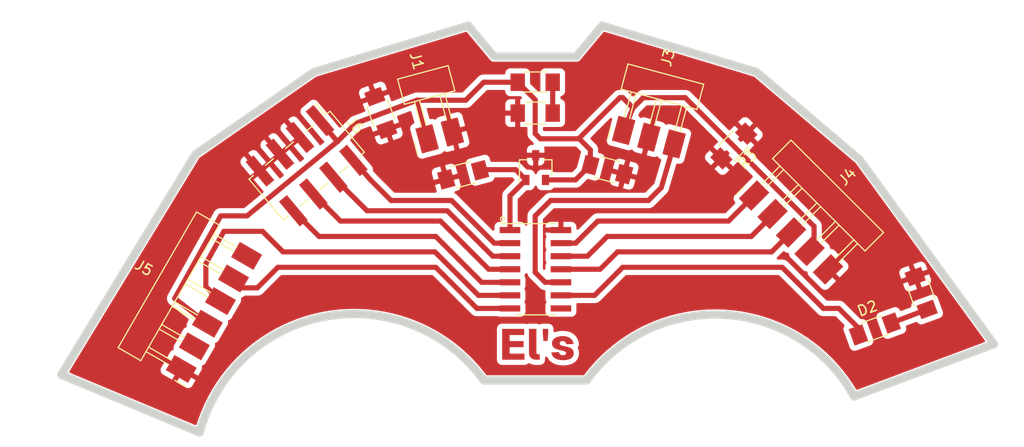
<source format=kicad_pcb>
(kicad_pcb (version 20240108) (generator "pcbnew") (generator_version "8.0")
  (layers (0 "F.Cu" signal) (31 "B.Cu" signal) (34 "B.Paste" user) (35 "F.Paste" user) (36 "B.SilkS" user "B.Silkscreen") (37 "F.SilkS" user "F.Silkscreen") (38 "B.Mask" user) (39 "F.Mask" user) (44 "Edge.Cuts" user))
  (net 0 "")
  (net 1 "+5V")
  (net 2 "GND")
  (net 3 "+3.3V")
  (net 4 "Net-(D1-K)")
  (net 5 "Net-(D2-K)")
  (net 6 "PA1")
  (net 7 "Rx_Tx")
  (net 8 "Tx_Rx")
  (net 9 "UPDI")
  (net 10 "PA7-5")
  (net 11 "PA5-3")
  (net 12 "PA6{slash}DAC-4")
  (net 13 "PA4-2")
  (net 14 "PA2")
  (net 15 "PA3")
  (net 16 "PB0")
  (net 17 "PB1")
  (footprint "fab:C_1206" (layer "F.Cu") (at 163 62 -165)
    (property "Reference" "C2" (hide yes))
    (property "Value" "C_1206" (hide yes))
    (fp_line (start 1 1.07) (end -1 1.07) (stroke (width 0.12)) (layer "F.SilkS"))
    (fp_line (start -1 -1.07) (end 1 -1.07) (stroke (width 0.12)) (layer "F.SilkS"))
    (pad "1" smd rect (at -1.7 0 195) (size 1.4 1.7) (layers "F.Cu" "F.Paste" "F.Mask") (net 3 "+3.3V"))
    (pad "2" smd rect (at 1.7 0 195) (size 1.4 1.7) (layers "F.Cu" "F.Paste" "F.Mask") (net 2 "GND"))
  )
  (footprint "fab:PinHeader_1x02_P2.54mm_Horizontal_SMD" (layer "F.Cu") (at 159.5 58.5 105)
    (property "Reference" "J1" (at 8.533893 0.992555 -75) (layer "F.SilkS") (effects (justify left)))
    (property "Value" "Conn_01x02_Pin" (hide yes))
    (fp_line (start 6.35 -1.27) (end 6.350002 3.81) (stroke (width 0.12)) (layer "F.SilkS"))
    (fp_line (start 3.81 -1.27) (end 6.35 -1.27) (stroke (width 0.12)) (layer "F.SilkS"))
    (fp_line (start 3.81 -0.254) (end 1.27 -0.254) (stroke (width 0.12)) (layer "F.SilkS"))
    (fp_line (start -1.27 -1.27) (end 0 -1.27) (stroke (width 0.12)) (layer "F.SilkS"))
    (fp_line (start 3.809999 0.254) (end 1.27 0.254) (stroke (width 0.12)) (layer "F.SilkS"))
    (fp_line (start 3.81 2.286) (end 1.27 2.286) (stroke (width 0.12)) (layer "F.SilkS"))
    (fp_line (start 3.81 2.794) (end 1.27 2.794) (stroke (width 0.12)) (layer "F.SilkS"))
    (fp_line (start 6.350002 3.81) (end 3.81 3.81) (stroke (width 0.12)) (layer "F.SilkS"))
    (fp_line (start 3.81 3.81) (end 3.81 -1.27) (stroke (width 0.12)) (layer "F.SilkS"))
    (pad "1" smd rect (at 0 0 105) (size 2.5 1.7) (layers "F.Cu" "F.Paste" "F.Mask") (net 1 "+5V"))
    (pad "2" smd rect (at 0 2.54 105) (size 2.5 1.7) (layers "F.Cu" "F.Paste" "F.Mask") (net 2 "GND"))
  )
  (footprint "fab:R_1206" (layer "F.Cu") (at 170 56 180)
    (property "Reference" "R1" (hide yes))
    (property "Value" "100")
    (fp_line (start 1 1.07) (end -1 1.07) (stroke (width 0.12)) (layer "F.SilkS"))
    (fp_line (start -1 -1.07) (end 1 -1.07) (stroke (width 0.12)) (layer "F.SilkS"))
    (pad "1" smd rect (at -1.7 0 180) (size 1.4 1.7) (layers "F.Cu" "F.Paste" "F.Mask") (net 4 "Net-(D1-K)"))
    (pad "2" smd rect (at 1.7 0 180) (size 1.4 1.7) (layers "F.Cu" "F.Paste" "F.Mask") (net 2 "GND"))
  )
  (footprint "fab:R_1206" (layer "F.Cu") (at 189.297918 59.202082 -135)
    (property "Reference" "R3" (at 0 -1.850001 225) (layer "F.SilkS"))
    (property "Value" "0")
    (fp_line (start 1 1.07) (end -1 1.07) (stroke (width 0.12)) (layer "F.SilkS"))
    (fp_line (start -1 -1.07) (end 1 -1.07) (stroke (width 0.12)) (layer "F.SilkS"))
    (pad "1" smd rect (at -1.700001 0 225) (size 1.4 1.7) (layers "F.Cu" "F.Paste" "F.Mask") (net 2 "GND"))
    (pad "2" smd rect (at 1.700001 0 225) (size 1.4 1.7) (layers "F.Cu" "F.Paste" "F.Mask") (net 2 "GND"))
  )
  (footprint "fab:R_1206" (layer "F.Cu") (at 207.5 73.5 110)
    (property "Reference" "R2" (hide yes))
    (property "Value" "100")
    (fp_line (start -0.999999 -1.070001) (end 0.999999 -1.07) (stroke (width 0.12)) (layer "F.SilkS"))
    (fp_line (start 0.999999 1.070001) (end -0.999999 1.07) (stroke (width 0.12)) (layer "F.SilkS"))
    (pad "1" smd rect (at -1.699999 -0.000002 110) (size 1.4 1.7) (layers "F.Cu" "F.Paste" "F.Mask") (net 5 "Net-(D2-K)"))
    (pad "2" smd rect (at 1.699999 0.000002 110) (size 1.4 1.7) (layers "F.Cu" "F.Paste" "F.Mask") (net 2 "GND"))
  )
  (footprint "fab:SOT-23-3" (layer "F.Cu") (at 170.05 61.3 90)
    (property "Reference" "U2" (hide yes))
    (property "Value" "Regulator_Linear_3.3V_100mA_TexasInstruments" (hide yes))
    (fp_line (start 0.76 -1.58) (end -1.4 -1.58) (stroke (width 0.12)) (layer "F.SilkS"))
    (fp_line (start 0.76 -1.58) (end 0.76 -0.65) (stroke (width 0.12)) (layer "F.SilkS"))
    (fp_line (start 0.76 1.58) (end 0.76 0.65) (stroke (width 0.12)) (layer "F.SilkS"))
    (fp_line (start 0.76 1.58) (end -0.7 1.58) (stroke (width 0.12)) (layer "F.SilkS"))
    (pad "1" smd rect (at -1.2 -0.95 90) (size 1 0.7) (layers "F.Cu" "F.Paste" "F.Mask") (net 3 "+3.3V"))
    (pad "2" smd rect (at -1.2 0.95 90) (size 1 0.7) (layers "F.Cu" "F.Paste" "F.Mask") (net 1 "+5V"))
    (pad "3" smd rect (at 1.2 0 90) (size 1 0.7) (layers "F.Cu" "F.Paste" "F.Mask") (net 2 "GND"))
  )
  (footprint "fab:R_1206" (layer "F.Cu") (at 155 56 -70)
    (property "Reference" "R4" (hide yes))
    (property "Value" "0")
    (fp_line (start 1 1.07) (end -1 1.07) (stroke (width 0.12)) (layer "F.SilkS"))
    (fp_line (start -1 -1.07) (end 1 -1.07) (stroke (width 0.12)) (layer "F.SilkS"))
    (pad "1" smd rect (at -1.699999 0 290) (size 1.4 1.7) (layers "F.Cu" "F.Paste" "F.Mask") (net 2 "GND"))
    (pad "2" smd rect (at 1.699999 0 290) (size 1.4 1.7) (layers "F.Cu" "F.Paste" "F.Mask") (net 2 "GND"))
  )
  (footprint "fab:LED_1206" (layer "F.Cu") (at 170 53 180)
    (property "Reference" "D1" (hide yes))
    (property "Value" "LED" (hide yes))
    (fp_line (start -1.1 1) (end 1.1 1) (stroke (width 0.12)) (layer "F.SilkS"))
    (fp_line (start -1.1 -0.95) (end 1.1 -0.95) (stroke (width 0.12)) (layer "F.SilkS"))
    (pad "1" smd rect (at -1.7 0 180) (size 1.4 1.7) (layers "F.Cu" "F.Paste" "F.Mask") (net 4 "Net-(D1-K)"))
    (pad "2" smd rect (at 1.7 0 180) (size 1.4 1.7) (layers "F.Cu" "F.Paste" "F.Mask") (net 1 "+5V"))
  )
  (footprint "fab:SOIC-14_3.9x8.7mm_P1.27mm" (layer "F.Cu") (at 170.025 71.19)
    (property "Reference" "U1" (hide yes))
    (property "Value" "Microcontroller_ATtiny1614-SSFR" (hide yes))
    (fp_line (start 0 -4.435) (end -3.45 -4.435) (stroke (width 0.12)) (layer "F.SilkS"))
    (fp_line (start 0 -4.435) (end 1.95 -4.435) (stroke (width 0.12)) (layer "F.SilkS"))
    (fp_line (start 0 4.435) (end -1.95 4.435) (stroke (width 0.12)) (layer "F.SilkS"))
    (fp_line (start 0 4.435) (end 1.95 4.435) (stroke (width 0.12)) (layer "F.SilkS"))
    (fp_circle (center -3.2 -4.9) (end -3.2 -4.7) (stroke (width 0.12)) (fill none) (layer "F.SilkS"))
    (pad "1" smd rect (at -2.475 -3.81) (size 2 0.6) (layers "F.Cu" "F.Paste" "F.Mask") (net 3 "+3.3V"))
    (pad "2" smd rect (at -2.475 -2.54) (size 2 0.6) (layers "F.Cu" "F.Paste" "F.Mask") (net 13 "PA4-2"))
    (pad "3" smd rect (at -2.475 -1.27) (size 2 0.6) (layers "F.Cu" "F.Paste" "F.Mask") (net 11 "PA5-3"))
    (pad "4" smd rect (at -2.475 0) (size 2 0.6) (layers "F.Cu" "F.Paste" "F.Mask") (net 12 "PA6{slash}DAC-4"))
    (pad "5" smd rect (at -2.475 1.27) (size 2 0.6) (layers "F.Cu" "F.Paste" "F.Mask") (net 10 "PA7-5"))
    (pad "6" smd rect (at -2.475 2.54) (size 2 0.6) (layers "F.Cu" "F.Paste" "F.Mask") (net 7 "Rx_Tx"))
    (pad "7" smd rect (at -2.475 3.81) (size 2 0.6) (layers "F.Cu" "F.Paste" "F.Mask") (net 8 "Tx_Rx"))
    (pad "8" smd rect (at 2.475 3.81) (size 2 0.6) (layers "F.Cu" "F.Paste" "F.Mask") (net 17 "PB1"))
    (pad "9" smd rect (at 2.475 2.54) (size 2 0.6) (layers "F.Cu" "F.Paste" "F.Mask") (net 16 "PB0"))
    (pad "10" smd rect (at 2.475 1.27) (size 2 0.6) (layers "F.Cu" "F.Paste" "F.Mask") (net 9 "UPDI"))
    (pad "11" smd rect (at 2.475 0) (size 2 0.6) (layers "F.Cu" "F.Paste" "F.Mask") (net 6 "PA1"))
    (pad "12" smd rect (at 2.475 -1.27) (size 2 0.6) (layers "F.Cu" "F.Paste" "F.Mask") (net 14 "PA2"))
    (pad "13" smd rect (at 2.475 -2.54) (size 2 0.6) (layers "F.Cu" "F.Paste" "F.Mask") (net 15 "PA3"))
    (pad "14" smd rect (at 2.475 -3.81) (size 2 0.6) (layers "F.Cu" "F.Paste" "F.Mask") (net 2 "GND"))
  )
  (footprint "fab:PinHeader_1x03_P2.54mm_Horizontal_SMD" (layer "F.Cu") (at 178.593097 57.685199 75)
    (property "Reference" "J3" (at 8.905033 2.32441 75) (layer "F.SilkS") (effects (justify right)))
    (property "Value" "Conn_PinHeader_1x03_P2.54mm_Horizontal_SMD" (hide yes))
    (fp_line (start -1.27 -1.27) (end 0 -1.27) (stroke (width 0.12)) (layer "F.SilkS"))
    (fp_line (start 3.81 -1.27) (end 6.35 -1.27) (stroke (width 0.12)) (layer "F.SilkS"))
    (fp_line (start 6.35 -1.27) (end 6.35 6.35) (stroke (width 0.12)) (layer "F.SilkS"))
    (fp_line (start 3.809999 -0.254) (end 1.27 -0.254) (stroke (width 0.12)) (layer "F.SilkS"))
    (fp_line (start 3.81 0.254) (end 1.27 0.254) (stroke (width 0.12)) (layer "F.SilkS"))
    (fp_line (start 3.81 2.286) (end 1.27 2.286) (stroke (width 0.12)) (layer "F.SilkS"))
    (fp_line (start 3.81 2.794) (end 1.27 2.794) (stroke (width 0.12)) (layer "F.SilkS"))
    (fp_line (start 3.81 4.826) (end 1.27 4.826) (stroke (width 0.12)) (layer "F.SilkS"))
    (fp_line (start 3.81 5.334) (end 1.27 5.334) (stroke (width 0.12)) (layer "F.SilkS"))
    (fp_line (start 3.81 6.350002) (end 3.81 -1.27) (stroke (width 0.12)) (layer "F.SilkS"))
    (fp_line (start 6.35 6.35) (end 3.81 6.350002) (stroke (width 0.12)) (layer "F.SilkS"))
    (pad "1" smd rect (at 0 0 75) (size 2.5 1.7) (layers "F.Cu" "F.Paste" "F.Mask") (net 1 "+5V"))
    (pad "2" smd rect (at 0 2.54 75) (size 2.5 1.7) (layers "F.Cu" "F.Paste" "F.Mask") (net 2 "GND"))
    (pad "3" smd rect (at 0 5.08 75) (size 2.5 1.7) (layers "F.Cu" "F.Paste" "F.Mask") (net 9 "UPDI"))
  )
  (footprint "fab:PinHeader_1x06_P2.54mm_Horizontal_SMD" (layer "F.Cu") (at 135.611846 80.888154 150)
    (property "Reference" "J5" (at 9.017514 6.703553 -30) (layer "F.SilkS") (effects (justify left)))
    (property "Value" "Conn_PinHeader_FTDI_1x06_P2.54mm_Horizontal_SMD" (hide yes))
    (fp_line (start 6.35 -1.27) (end 6.35 13.97) (stroke (width 0.12)) (layer "F.SilkS"))
    (fp_line (start 3.810001 -1.27) (end 6.35 -1.27) (stroke (width 0.12)) (layer "F.SilkS"))
    (fp_line (start 3.81 -0.254) (end 1.27 -0.253999) (stroke (width 0.12)) (layer "F.SilkS"))
    (fp_line (start 3.81 0.254) (end 1.27 0.254) (stroke (width 0.12)) (layer "F.SilkS"))
    (fp_line (start 3.81 2.286) (end 1.27 2.286) (stroke (width 0.12)) (layer "F.SilkS"))
    (fp_line (start 3.809999 2.794) (end 1.27 2.794) (stroke (width 0.12)) (layer "F.SilkS"))
    (fp_line (start 3.81 4.826) (end 1.27 4.826) (stroke (width 0.12)) (layer "F.SilkS"))
    (fp_line (start 3.81 5.334) (end 1.270001 5.334001) (stroke (width 0.12)) (layer "F.SilkS"))
    (fp_line (start 3.81 7.366) (end 1.27 7.366) (stroke (width 0.12)) (layer "F.SilkS"))
    (fp_line (start -1.27 -1.27) (end 0.000001 -1.27) (stroke (width 0.12)) (layer "F.SilkS"))
    (fp_line (start 3.81 7.874) (end 1.27 7.874) (stroke (width 0.12)) (layer "F.SilkS"))
    (fp_line (start 6.35 13.97) (end 3.81 13.97) (stroke (width 0.12)) (layer "F.SilkS"))
    (fp_line (start 3.81 9.906) (end 1.27 9.906) (stroke (width 0.12)) (layer "F.SilkS"))
    (fp_line (start 3.81 10.414) (end 1.27 10.414001) (stroke (width 0.12)) (layer "F.SilkS"))
    (fp_line (start 3.81 12.446) (end 1.27 12.446) (stroke (width 0.12)) (layer "F.SilkS"))
    (fp_line (start 3.81 12.954) (end 1.27 12.954) (stroke (width 0.12)) (layer "F.SilkS"))
    (fp_line (start 3.81 13.97) (end 3.810001 -1.27) (stroke (width 0.12)) (layer "F.SilkS"))
    (pad "1" smd rect (at 0 0 150) (size 2.5 1.7) (layers "F.Cu" "F.Paste" "F.Mask") (net 2 "GND"))
    (pad "2" smd rect (at 0 2.54 150) (size 2.5 1.7) (layers "F.Cu" "F.Paste" "F.Mask"))
    (pad "3" smd rect (at 0 5.08 150) (size 2.5 1.7) (layers "F.Cu" "F.Paste" "F.Mask") (net 1 "+5V"))
    (pad "4" smd rect (at 0 7.62 150) (size 2.5 1.7) (layers "F.Cu" "F.Paste" "F.Mask") (net 7 "Rx_Tx"))
    (pad "5" smd rect (at 0 10.16 150) (size 2.5 1.7) (layers "F.Cu" "F.Paste" "F.Mask") (net 8 "Tx_Rx"))
    (pad "6" smd rect (at 0 12.699999 150) (size 2.5 1.7) (layers "F.Cu" "F.Paste" "F.Mask"))
  )
  (footprint "fab:C_1206" (layer "F.Cu") (at 177 61.5 -15)
    (property "Reference" "C1" (hide yes))
    (property "Value" "C_1206" (hide yes))
    (fp_line (start -1 -1.07) (end 1 -1.07) (stroke (width 0.12)) (layer "F.SilkS"))
    (fp_line (start 1 1.07) (end -1 1.07) (stroke (width 0.12)) (layer "F.SilkS"))
    (pad "1" smd rect (at -1.7 0 345) (size 1.4 1.7) (layers "F.Cu" "F.Paste" "F.Mask") (net 1 "+5V"))
    (pad "2" smd rect (at 1.7 0 345) (size 1.4 1.7) (layers "F.Cu" "F.Paste" "F.Mask") (net 2 "GND"))
  )
  (footprint "fab:PinHeader_2x04_P2.54mm_Vertical_SMD" (layer "F.Cu") (at 147.79559 61.116717 -50)
    (property "Reference" "J6" (at 0 -6.14 130) (layer "F.SilkS"))
    (property "Value" "Conn_PinHeader_2x04_P2.54mm_Vertical_SMD" (hide yes))
    (fp_line (start -2.6 5.14) (end 2.600001 5.14) (stroke (width 0.12)) (layer "F.SilkS"))
    (fp_line (start -2.6 4.57) (end -2.6 5.14) (stroke (width 0.12)) (layer "F.SilkS"))
    (fp_line (start -2.6 2.03) (end -2.6 3.05) (stroke (width 0.12)) (layer "F.SilkS"))
    (fp_line (start 2.6 4.570001) (end 2.600001 5.14) (stroke (width 0.12)) (layer "F.SilkS"))
    (fp_line (start -2.6 -0.51) (end -2.6 0.51) (stroke (width 0.12)) (layer "F.SilkS"))
    (fp_line (start 2.599999 2.03) (end 2.599999 3.05) (stroke (width 0.12)) (layer "F.SilkS"))
    (fp_line (start -2.599999 -3.05) (end -2.599999 -2.03) (stroke (width 0.12)) (layer "F.SilkS"))
    (fp_line (start -4.039999 -4.569999) (end -2.6 -4.570001) (stroke (width 0.12)) (layer "F.SilkS"))
    (fp_line (start 2.6 -0.51) (end 2.6 0.51) (stroke (width 0.12)) (layer "F.SilkS"))
    (fp_line (start -2.600001 -5.14) (end -2.6 -4.570001) (stroke (width 0.12)) (layer "F.SilkS"))
    (fp_line (start -2.600001 -5.14) (end 2.6 -5.14) (stroke (width 0.12)) (layer "F.SilkS"))
    (fp_line (start 2.6 -3.05) (end 2.6 -2.03) (stroke (width 0.12)) (layer "F.SilkS"))
    (fp_line (start 2.6 -5.14) (end 2.6 -4.57) (stroke (width 0.12)) (layer "F.SilkS"))
    (pad "1" smd rect (at -2.525 -3.81 310) (size 3.15 1) (layers "F.Cu" "F.Paste" "F.Mask") (net 1 "+5V"))
    (pad "2" smd rect (at 2.525 -3.809999 310) (size 3.15 1) (layers "F.Cu" "F.Paste" "F.Mask") (net 13 "PA4-2"))
    (pad "3" smd rect (at -2.525 -1.270001 310) (size 3.15 1) (layers "F.Cu" "F.Paste" "F.Mask") (net 2 "GND"))
    (pad "4" smd rect (at 2.525001 -1.269999 310) (size 3.15 1) (layers "F.Cu" "F.Paste" "F.Mask") (net 11 "PA5-3"))
    (pad "5" smd rect (at -2.525001 1.269999 310) (size 3.15 1) (layers "F.Cu" "F.Paste" "F.Mask") (net 2 "GND"))
    (pad "6" smd rect (at 2.525 1.270001 310) (size 3.15 1) (layers "F.Cu" "F.Paste" "F.Mask") (net 12 "PA6{slash}DAC-4"))
    (pad "7" smd rect (at -2.525 3.809999 310) (size 3.15 1) (layers "F.Cu" "F.Paste" "F.Mask") (net 2 "GND"))
    (pad "8" smd rect (at 2.525 3.81 310) (size 3.15 1) (layers "F.Cu" "F.Paste" "F.Mask") (net 10 "PA7-5"))
  )
  (footprint "fab:PinHeader_1x05_P2.54mm_Horizontal_SMD" (layer "F.Cu") (at 191.26741 64.020101 45)
    (property "Reference" "J4" (at 8.663961 5.1 45) (layer "F.SilkS") (effects (justify right)))
    (property "Value" "Conn_PinHeader_1x05_P2.54mm_Horizontal_SMD" (hide yes))
    (fp_line (start -1.27 -1.27) (end 0.000001 -1.27) (stroke (width 0.12)) (layer "F.SilkS"))
    (fp_line (start 3.810001 -1.27) (end 6.35 -1.269999) (stroke (width 0.12)) (layer "F.SilkS"))
    (fp_line (start 3.81 -0.254) (end 1.27 -0.253999) (stroke (width 0.12)) (layer "F.SilkS"))
    (fp_line (start 3.81 0.254) (end 1.27 0.253999) (stroke (width 0.12)) (layer "F.SilkS"))
    (fp_line (start 6.35 -1.269999) (end 6.349999 11.43) (stroke (width 0.12)) (layer "F.SilkS"))
    (fp_line (start 3.81 2.286) (end 1.27 2.286001) (stroke (width 0.12)) (layer "F.SilkS"))
    (fp_line (start 3.81 2.794) (end 1.27 2.794) (stroke (width 0.12)) (layer "F.SilkS"))
    (fp_line (start 3.810001 4.826) (end 1.27 4.826) (stroke (width 0.12)) (layer "F.SilkS"))
    (fp_line (start 3.81 5.334001) (end 1.270001 5.334001) (stroke (width 0.12)) (layer "F.SilkS"))
    (fp_line (start 3.81 7.365999) (end 1.27 7.366) (stroke (width 0.12)) (layer "F.SilkS"))
    (fp_line (start 3.81 7.874) (end 1.27 7.874) (stroke (width 0.12)) (layer "F.SilkS"))
    (fp_line (start 3.81 9.906) (end 1.27 9.906001) (stroke (width 0.12)) (layer "F.SilkS"))
    (fp_line (start 3.81 10.414) (end 1.27 10.414001) (stroke (width 0.12)) (layer "F.SilkS"))
    (fp_line (start 3.81 11.429999) (end 3.810001 -1.27) (stroke (width 0.12)) (layer "F.SilkS"))
    (fp_line (start 6.349999 11.43) (end 3.81 11.429999) (stroke (width 0.12)) (layer "F.SilkS"))
    (pad "1" smd rect (at 0 0 45) (size 2.5 1.7) (layers "F.Cu" "F.Paste" "F.Mask") (net 15 "PA3"))
    (pad "2" smd rect (at 0.000001 2.54 45) (size 2.5 1.7) (layers "F.Cu" "F.Paste" "F.Mask") (net 14 "PA2"))
    (pad "3" smd rect (at 0 5.079999 45) (size 2.5 1.7) (layers "F.Cu" "F.Paste" "F.Mask") (net 6 "PA1"))
    (pad "4" smd rect (at 0 7.62 45) (size 2.5 1.7) (layers "F.Cu" "F.Paste" "F.Mask") (net 1 "+5V"))
    (pad "5" smd rect (at 0 10.16 45) (size 2.5 1.7) (layers "F.Cu" "F.Paste" "F.Mask") (net 2 "GND"))
  )
  (footprint "fab:LED_1206" (layer "F.Cu") (at 203 77 -160)
    (property "Reference" "D2" (at 0.000001 2.121321 -160) (layer "F.SilkS"))
    (property "Value" "LED" (hide yes))
    (fp_line (start -1.1 0.999999) (end 1.099999 0.999999) (stroke (width 0.12)) (layer "F.SilkS"))
    (fp_line (start -1.1 -0.950001) (end 1.100001 -0.950001) (stroke (width 0.12)) (layer "F.SilkS"))
    (pad "1" smd rect (at -1.699999 -0.000001 200) (size 1.4 1.7) (layers "F.Cu" "F.Paste" "F.Mask") (net 5 "Net-(D2-K)"))
    (pad "2" smd rect (at 1.699999 0.000001 200) (size 1.4 1.7) (layers "F.Cu" "F.Paste" "F.Mask") (net 16 "PB0"))
  )
  (gr_poly (pts (xy 171.265666 77.349979) (xy 171.206315 78.165505) (xy 170.798918 78.165505) (xy 170.735903 77.349979) (xy 170.735903 76.988743) (xy 171.265666 76.988743)) (fill solid) (layer "F.Cu"))
  (gr_poly (pts (xy 170.116015 79.279253) (xy 170.15864 79.412409) (xy 170.300662 79.469762) (xy 170.447941 79.469762) (xy 170.447941 79.99) (xy 170.074249 79.99) (xy 169.962304 79.98373) (xy 169.794164 79.945761) (xy 169.651569 79.874089) (xy 169.537405 79.76952) (xy 169.454555 79.632858) (xy 169.405904 79.464908) (xy 169.393545 79.308562) (xy 169.393545 76.988743) (xy 170.116015 76.988743)) (fill solid) (layer "F.Cu"))
  (gr_poly (pts (xy 168.927529 77.585917) (xy 167.516294 77.585917) (xy 167.516294 78.174298) (xy 168.876971 78.174298) (xy 168.876971 78.770739) (xy 167.516294 78.770739) (xy 167.516294 79.393558) (xy 168.961235 79.393558) (xy 168.961235 79.99) (xy 166.785031 79.99) (xy 166.785031 76.988743) (xy 168.927529 76.988743)) (fill solid) (layer "F.Cu"))
  (gr_poly (pts (xy 172.743179 77.692987) (xy 172.901346 77.705233) (xy 173.093652 77.743832) (xy 173.263718 77.807039) (xy 173.410454 77.893938) (xy 173.53277 78.003608) (xy 173.629574 78.135132) (xy 173.699777 78.287589) (xy 173.742288 78.460062) (xy 173.024214 78.484975) (xy 173.012551 78.431078) (xy 172.943277 78.296773) (xy 172.819825 78.200584) (xy 172.666643 78.166971) (xy 172.544792 78.183938) (xy 172.413945 78.26722) (xy 172.372819 78.408771) (xy 172.374005 78.422082) (xy 172.449047 78.549765) (xy 172.581497 78.617428) (xy 172.73845 78.654968) (xy 172.927468 78.687076) (xy 173.095489 78.724116) (xy 173.243037 78.76681) (xy 173.408831 78.833775) (xy 173.54041 78.913781) (xy 173.658663 79.034731) (xy 173.727832 79.182065) (xy 173.750348 79.35912) (xy 173.749161 79.400776) (xy 173.721264 79.554214) (xy 173.637031 79.716324) (xy 173.53298 79.822239) (xy 173.39885 79.907006) (xy 173.236959 79.970607) (xy 173.049626 80.013024) (xy 172.893825 80.030925) (xy 172.725994 80.036894) (xy 172.538321 80.029542) (xy 172.365568 80.007755) (xy 172.208284 79.971934) (xy 172.067015 79.922481) (xy 171.904514 79.836035) (xy 171.772753 79.727023) (xy 171.673029 79.596398) (xy 171.606638 79.445114) (xy 171.574877 79.274124) (xy 172.301744 79.244815) (xy 172.325135 79.3319) (xy 172.417468 79.466037) (xy 172.548731 79.537448) (xy 172.700348 79.558422) (xy 172.799651 79.549141) (xy 172.944575 79.488395) (xy 173.007362 79.354724) (xy 173.00528 79.325087) (xy 172.916875 79.197817) (xy 172.769649 79.138237) (xy 172.624877 79.104863) (xy 172.440151 79.067728) (xy 172.275585 79.02741) (xy 172.130744 78.982966) (xy 171.967557 78.915664) (xy 171.837634 78.837123) (xy 171.72044 78.719738) (xy 171.651599 78.576942) (xy 171.629099 78.404375) (xy 171.639006 78.283526) (xy 171.682586 78.138015) (xy 171.760063 78.011253) (xy 171.870554 77.904219) (xy 172.013174 77.817891) (xy 172.187039 77.753249) (xy 172.33741 77.719588) (xy 172.504485 77.699088) (xy 172.687892 77.692163)) (fill solid) (layer "F.Cu"))
  (gr_line (start 137 60) (end 148.5 52) (stroke (width 0.8)) (layer "Edge.Cuts"))
  (gr_line (start 174 50.5) (end 170 50.5) (stroke (width 0.8)) (layer "Edge.Cuts"))
  (gr_line (start 175 82) (end 165 82) (stroke (width 0.8)) (layer "Edge.Cuts"))
  (gr_line (start 214.568508 78.47488) (end 201.5 60.5) (stroke (width 0.8)) (layer "Edge.Cuts"))
  (gr_arc (start 137.401599 87.070849) (mid 149.596194 75.802263) (end 165 82) (stroke (width 0.8)) (layer "Edge.Cuts"))
  (gr_line (start 191.5 52) (end 176.5 47.5) (stroke (width 0.8)) (layer "Edge.Cuts"))
  (gr_line (start 123.950456 81.456016) (end 137 60) (stroke (width 0.8)) (layer "Edge.Cuts"))
  (gr_line (start 176.5 47.5) (end 173.999977 50.499981) (stroke (width 0.8)) (layer "Edge.Cuts"))
  (gr_line (start 201.5 60.5) (end 191.5 52) (stroke (width 0.8)) (layer "Edge.Cuts"))
  (gr_line (start 137.401599 87.070849) (end 123.950456 81.456016) (stroke (width 0.8)) (layer "Edge.Cuts"))
  (gr_line (start 148.5 52) (end 163.5 47.5) (stroke (width 0.8)) (layer "Edge.Cuts"))
  (gr_line (start 200.986454 83.559198) (end 214.568508 78.47488) (stroke (width 0.8)) (layer "Edge.Cuts"))
  (gr_arc (start 175.000001 82) (mid 188.422523 75.62473) (end 200.986454 83.559198) (stroke (width 0.8)) (layer "Edge.Cuts"))
  (gr_line (start 163.5 47.5) (end 166 50.5) (stroke (width 0.8)) (layer "Edge.Cuts"))
  (gr_line (start 166 50.5) (end 170 50.5) (stroke (width 0.8)) (layer "Edge.Cuts"))
  (segment (start 163.25 54.75) (end 165 53) (width 0.5) (layer "F.Cu") (net 1))
  (segment (start 150.777778 58.777778) (end 149.09118 56.733434) (width 0.5) (layer "F.Cu") (net 1))
  (segment (start 170.5 58.5) (end 174.25 58.5) (width 0.5) (layer "F.Cu") (net 1))
  (segment (start 138.151846 76.488745) (end 134.974848 74.025152) (width 0.5) (layer "F.Cu") (net 1))
  (segment (start 142 66) (end 150.5 59) (width 0.5) (layer "F.Cu") (net 1))
  (segment (start 197.094436 68.969383) (end 197.094436 67.018699) (width 0.5) (layer "F.Cu") (net 1))
  (segment (start 158.5 54.75) (end 158.642857 55.5) (width 0.5) (layer "F.Cu") (net 1))
  (segment (start 174.25 58.465852) (end 175.357926 59.573778) (width 0.5) (layer "F.Cu") (net 1))
  (segment (start 178.215852 54.5) (end 174.25 58.465852) (width 0.5) (layer "F.Cu") (net 1))
  (segment (start 158.5 54.75) (end 163.25 54.75) (width 0.5) (layer "F.Cu") (net 1))
  (segment (start 170 58) (end 170.5 58.5) (width 0.5) (layer "F.Cu") (net 1))
  (segment (start 175.357926 59.573778) (end 175.357926 61.060008) (width 0.5) (layer "F.Cu") (net 1))
  (segment (start 159.5 58.5) (end 158.642857 55.5) (width 0.5) (layer "F.Cu") (net 1))
  (segment (start 152.555556 57) (end 158.5 54.75) (width 0.5) (layer "F.Cu") (net 1))
  (segment (start 179.5 55.5) (end 178.5 54.5) (width 0.5) (layer "F.Cu") (net 1))
  (segment (start 174.25 58.465852) (end 174.25 58.5) (width 0.5) (layer "F.Cu") (net 1))
  (segment (start 178.5 54.5) (end 178.215852 54.5) (width 0.5) (layer "F.Cu") (net 1))
  (segment (start 139.444444 66) (end 134.974848 74.025152) (width 0.5) (layer "F.Cu") (net 1))
  (segment (start 196.655564 69.408255) (end 197.094436 68.969383) (width 0.5) (layer "F.Cu") (net 1))
  (segment (start 179.5 55.5) (end 178.593097 57.685199) (width 0.5) (layer "F.Cu") (net 1))
  (segment (start 184.575737 54.5) (end 180.5 54.5) (width 0.5) (layer "F.Cu") (net 1))
  (segment (start 180.5 54.5) (end 179.5 55.5) (width 0.5) (layer "F.Cu") (net 1))
  (segment (start 150.5 59) (end 150.777778 58.777778) (width 0.5) (layer "F.Cu") (net 1))
  (segment (start 173.917934 62.5) (end 175.357926 61.060008) (width 0.5) (layer "F.Cu") (net 1))
  (segment (start 150.777778 58.777778) (end 152.555556 57) (width 0.5) (layer "F.Cu") (net 1))
  (segment (start 168.3 53) (end 170 54.7) (width 0.5) (layer "F.Cu") (net 1))
  (segment (start 171 62.5) (end 173.917934 62.5) (width 0.5) (layer "F.Cu") (net 1))
  (segment (start 165 53) (end 168.3 53) (width 0.5) (layer "F.Cu") (net 1))
  (segment (start 197.094436 67.018699) (end 184.575737 54.5) (width 0.5) (layer "F.Cu") (net 1))
  (segment (start 139.444444 66) (end 142 66) (width 0.5) (layer "F.Cu") (net 1))
  (segment (start 170 54.7) (end 170 58) (width 0.5) (layer "F.Cu") (net 1))
  (segment (start 164.642074 61.560008) (end 164.702082 61.5) (width 0.5) (layer "F.Cu") (net 3))
  (segment (start 167.55 64.05) (end 167.55 67.38) (width 0.5) (layer "F.Cu") (net 3))
  (segment (start 168.1 61.5) (end 169.1 62.5) (width 0.5) (layer "F.Cu") (net 3))
  (segment (start 169.1 62.5) (end 167.55 64.05) (width 0.5) (layer "F.Cu") (net 3))
  (segment (start 164.702082 61.5) (end 168.1 61.5) (width 0.5) (layer "F.Cu") (net 3))
  (segment (start 171.7 53) (end 171.7 56) (width 0.5) (layer "F.Cu") (net 4))
  (segment (start 204.597477 76.418567) (end 208.081432 75.097477) (width 0.5) (layer "F.Cu") (net 5))
  (segment (start 172.5 71.19) (end 176.31 71.19) (width 0.5) (layer "F.Cu") (net 6))
  (segment (start 178 69.5) (end 192.971715 69.5) (width 0.5) (layer "F.Cu") (net 6))
  (segment (start 192.971715 69.5) (end 194.859512 67.612203) (width 0.5) (layer "F.Cu") (net 6))
  (segment (start 176.31 71.19) (end 178 69.5) (width 0.5) (layer "F.Cu") (net 6))
  (segment (start 160.257358 69.5) (end 164.487358 73.73) (width 0.5) (layer "F.Cu") (net 7))
  (segment (start 138 72.867194) (end 138 70.648689) (width 0.5) (layer "F.Cu") (net 7))
  (segment (start 145.5 69.5) (end 160.257358 69.5) (width 0.5) (layer "F.Cu") (net 7))
  (segment (start 138 70.648689) (end 139.753657 67.5) (width 0.5) (layer "F.Cu") (net 7))
  (segment (start 139.421846 74.28904) (end 138 72.867194) (width 0.5) (layer "F.Cu") (net 7))
  (segment (start 164.487358 73.73) (end 167.55 73.73) (width 0.5) (layer "F.Cu") (net 7))
  (segment (start 143.5 67.5) (end 145.5 69.5) (width 0.5) (layer "F.Cu") (net 7))
  (segment (start 139.753657 67.5) (end 143.5 67.5) (width 0.5) (layer "F.Cu") (net 7))
  (segment (start 140.691846 72.089336) (end 141.60251 73) (width 0.5) (layer "F.Cu") (net 8))
  (segment (start 141.60251 73) (end 143 73) (width 0.5) (layer "F.Cu") (net 8))
  (segment (start 143 73) (end 145 71) (width 0.5) (layer "F.Cu") (net 8))
  (segment (start 160.343144 71) (end 164.343144 75) (width 0.5) (layer "F.Cu") (net 8))
  (segment (start 164.343144 75) (end 167.55 75) (width 0.5) (layer "F.Cu") (net 8))
  (segment (start 145 71) (end 160.343144 71) (width 0.5) (layer "F.Cu") (net 8))
  (segment (start 181 64.5) (end 182.25 63.25) (width 0.5) (layer "F.Cu") (net 9))
  (segment (start 171.5 64.5) (end 181 64.5) (width 0.5) (layer "F.Cu") (net 9))
  (segment (start 170 66) (end 171.5 64.5) (width 0.5) (layer "F.Cu") (net 9))
  (segment (start 170 71.49) (end 170 66) (width 0.5) (layer "F.Cu") (net 9))
  (segment (start 182.25 63.25) (end 183.5 59) (width 0.5) (layer "F.Cu") (net 9))
  (segment (start 172.5 72.46) (end 170.97 72.46) (width 0.5) (layer "F.Cu") (net 9))
  (segment (start 170.97 72.46) (end 170 71.49) (width 0.5) (layer "F.Cu") (net 9))
  (segment (start 146.5 65.5) (end 149 68) (width 0.5) (layer "F.Cu") (net 10))
  (segment (start 149 68) (end 160.335786 68) (width 0.5) (layer "F.Cu") (net 10))
  (segment (start 160.335786 68) (end 164.795786 72.46) (width 0.5) (layer "F.Cu") (net 10))
  (segment (start 164.795786 72.46) (end 167.55 72.46) (width 0.5) (layer "F.Cu") (net 10))
  (segment (start 150.391505 62.23464) (end 153.656865 65.5) (width 0.5) (layer "F.Cu") (net 11))
  (segment (start 165.875786 69.92) (end 167.55 69.92) (width 0.5) (layer "F.Cu") (net 11))
  (segment (start 153.656865 65.5) (end 161.455786 65.5) (width 0.5) (layer "F.Cu") (net 11))
  (segment (start 161.455786 65.5) (end 165.875786 69.92) (width 0.5) (layer "F.Cu") (net 11))
  (segment (start 148.445752 63.86732) (end 151.078432 66.5) (width 0.5) (layer "F.Cu") (net 12))
  (segment (start 151.078432 66.5) (end 160.792893 66.5) (width 0.5) (layer "F.Cu") (net 12))
  (segment (start 165.482893 71.19) (end 167.55 71.19) (width 0.5) (layer "F.Cu") (net 12))
  (segment (start 160.792893 66.5) (end 165.482893 71.19) (width 0.5) (layer "F.Cu") (net 12))
  (segment (start 154 62.5) (end 156 64.5) (width 0.5) (layer "F.Cu") (net 13))
  (segment (start 156 64.5) (end 161.87 64.5) (width 0.5) (layer "F.Cu") (net 13))
  (segment (start 161.87 64.5) (end 166.02 68.65) (width 0.5) (layer "F.Cu") (net 13))
  (segment (start 166.02 68.65) (end 167.55 68.65) (width 0.5) (layer "F.Cu") (net 13))
  (segment (start 152.337257 60.601959) (end 154 62.5) (width 0.5) (layer "F.Cu") (net 13))
  (segment (start 175.08 69.92) (end 172.5 69.92) (width 0.5) (layer "F.Cu") (net 14))
  (segment (start 193.063462 65.936538) (end 191 68) (width 0.5) (layer "F.Cu") (net 14))
  (segment (start 191 68) (end 177 68) (width 0.5) (layer "F.Cu") (net 14))
  (segment (start 177 68) (end 175.08 69.92) (width 0.5) (layer "F.Cu") (net 14))
  (segment (start 173.935786 68.65) (end 176.085786 66.5) (width 0.5) (layer "F.Cu") (net 15))
  (segment (start 188.787511 66.5) (end 191.26741 64.020101) (width 0.5) (layer "F.Cu") (net 15))
  (segment (start 172.5 68.65) (end 173.935786 68.65) (width 0.5) (layer "F.Cu") (net 15))
  (segment (start 176.085786 66.5) (end 188.787511 66.5) (width 0.5) (layer "F.Cu") (net 15))
  (segment (start 172.5 73.73) (end 175.77 73.73) (width 0.5) (layer "F.Cu") (net 16))
  (segment (start 175.77 73.73) (end 178.5 71) (width 0.5) (layer "F.Cu") (net 16))
  (segment (start 194 71) (end 198 75) (width 0.5) (layer "F.Cu") (net 16))
  (segment (start 199.5 75) (end 201.402523 76.902523) (width 0.5) (layer "F.Cu") (net 16))
  (segment (start 201.402523 76.902523) (end 201.402523 77.581433) (width 0.5) (layer "F.Cu") (net 16))
  (segment (start 198 75) (end 199.5 75) (width 0.5) (layer "F.Cu") (net 16))
  (segment (start 178.5 71) (end 194 71) (width 0.5) (layer "F.Cu") (net 16))
  (zone (net 2) (net_name "GND") (layer "F.Cu") (connect_pads (clearance 0.5)) (min_thickness 0.25) (fill yes (thermal_gap 0.5) (thermal_bridge_width 0.5))
    (polygon (pts (xy 118 45) (xy 217.5 45) (xy 217.5 88.5) (xy 118.5 88.5)))
  )
)
</source>
